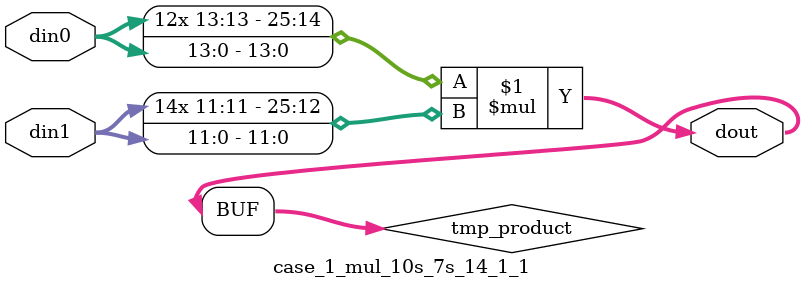
<source format=v>

`timescale 1 ns / 1 ps

 module case_1_mul_10s_7s_14_1_1(din0, din1, dout);
parameter ID = 1;
parameter NUM_STAGE = 0;
parameter din0_WIDTH = 14;
parameter din1_WIDTH = 12;
parameter dout_WIDTH = 26;

input [din0_WIDTH - 1 : 0] din0; 
input [din1_WIDTH - 1 : 0] din1; 
output [dout_WIDTH - 1 : 0] dout;

wire signed [dout_WIDTH - 1 : 0] tmp_product;



























assign tmp_product = $signed(din0) * $signed(din1);








assign dout = tmp_product;





















endmodule

</source>
